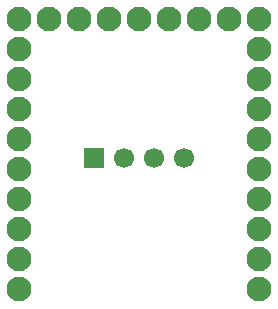
<source format=gbr>
G04 #@! TF.FileFunction,Copper,L2,Bot,Signal*
%FSLAX46Y46*%
G04 Gerber Fmt 4.6, Leading zero omitted, Abs format (unit mm)*
G04 Created by KiCad (PCBNEW 4.0.6) date 08/13/17 19:57:05*
%MOMM*%
%LPD*%
G01*
G04 APERTURE LIST*
%ADD10C,0.100000*%
%ADD11C,2.100000*%
%ADD12R,1.700000X1.700000*%
%ADD13C,1.700000*%
G04 APERTURE END LIST*
D10*
D11*
X161571000Y-67845000D03*
X161571000Y-70385000D03*
X161571000Y-72925000D03*
X161571000Y-75465000D03*
X161571000Y-78005000D03*
X161571000Y-80545000D03*
X161571000Y-83085000D03*
X161571000Y-85625000D03*
X161571000Y-88165000D03*
X161571000Y-65305000D03*
X159031000Y-65305000D03*
X156491000Y-65305000D03*
X153951000Y-65305000D03*
X151411000Y-65305000D03*
X148871000Y-65305000D03*
X146331000Y-65305000D03*
X143791000Y-65305000D03*
X141251000Y-65305000D03*
X141251000Y-67845000D03*
X141251000Y-70385000D03*
X141251000Y-72925000D03*
X141251000Y-75465000D03*
X141251000Y-78005000D03*
X141251000Y-80545000D03*
X141251000Y-83085000D03*
X141251000Y-85625000D03*
X141251000Y-88165000D03*
D12*
X147599400Y-77089000D03*
D13*
X150139400Y-77089000D03*
X152679400Y-77089000D03*
X155219400Y-77089000D03*
M02*

</source>
